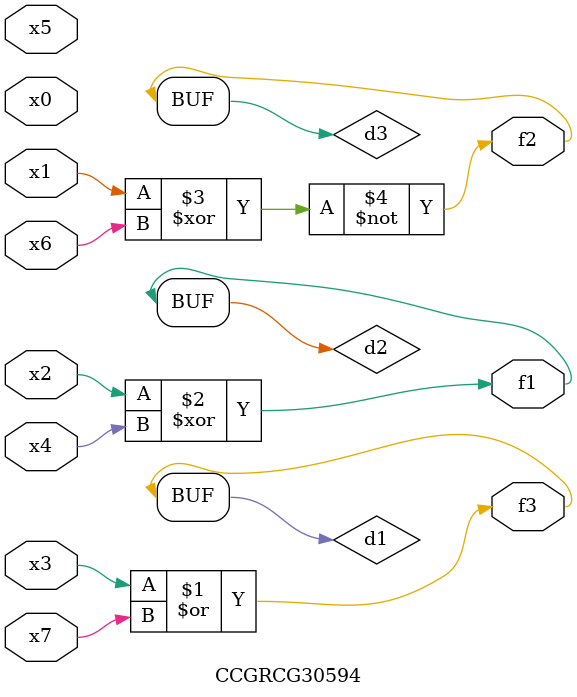
<source format=v>
module CCGRCG30594(
	input x0, x1, x2, x3, x4, x5, x6, x7,
	output f1, f2, f3
);

	wire d1, d2, d3;

	or (d1, x3, x7);
	xor (d2, x2, x4);
	xnor (d3, x1, x6);
	assign f1 = d2;
	assign f2 = d3;
	assign f3 = d1;
endmodule

</source>
